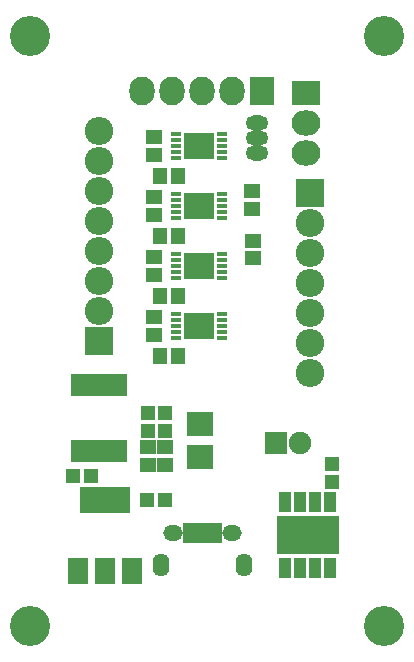
<source format=gts>
G04 #@! TF.FileFunction,Soldermask,Top*
%FSLAX46Y46*%
G04 Gerber Fmt 4.6, Leading zero omitted, Abs format (unit mm)*
G04 Created by KiCad (PCBNEW 4.0.4-stable) date 11/10/16 21:54:05*
%MOMM*%
%LPD*%
G01*
G04 APERTURE LIST*
%ADD10C,0.100000*%
%ADD11O,2.398980X2.398980*%
%ADD12R,2.398980X2.398980*%
%ADD13R,2.127200X2.432000*%
%ADD14O,2.127200X2.432000*%
%ADD15R,1.400760X1.299160*%
%ADD16R,1.299160X1.400760*%
%ADD17R,0.819100X1.870660*%
%ADD18R,1.197560X1.197560*%
%ADD19R,0.810000X0.320000*%
%ADD20R,2.620000X2.320000*%
%ADD21R,2.432000X2.127200*%
%ADD22O,2.432000X2.127200*%
%ADD23R,2.203400X2.000200*%
%ADD24R,1.035000X1.670000*%
%ADD25R,5.290000X3.340000*%
%ADD26C,0.800000*%
%ADD27R,1.150000X1.200000*%
%ADD28R,0.800000X1.750000*%
%ADD29O,1.650000X1.350000*%
%ADD30O,1.400000X1.950000*%
%ADD31C,3.400000*%
%ADD32R,1.200000X1.150000*%
%ADD33R,1.700480X2.200860*%
%ADD34R,4.199840X2.200860*%
%ADD35O,1.901140X1.299160*%
%ADD36R,1.900000X1.900000*%
%ADD37C,1.900000*%
G04 APERTURE END LIST*
D10*
D11*
X135811000Y-108250000D03*
D12*
X135811000Y-115870000D03*
D11*
X135811000Y-113330000D03*
X135811000Y-110790000D03*
X135811000Y-105710000D03*
X135811000Y-103170000D03*
X135811000Y-100630000D03*
X135811000Y-98090000D03*
D13*
X149654000Y-94661000D03*
D14*
X147114000Y-94661000D03*
X144574000Y-94661000D03*
X142034000Y-94661000D03*
X139494000Y-94661000D03*
D15*
X140510000Y-100111840D03*
X140510000Y-98608160D03*
D16*
X142531840Y-101900000D03*
X141028160Y-101900000D03*
D15*
X140510000Y-105191840D03*
X140510000Y-103688160D03*
D16*
X142531840Y-106980000D03*
X141028160Y-106980000D03*
D15*
X140510000Y-110271840D03*
X140510000Y-108768160D03*
D16*
X142531840Y-112060000D03*
X141028160Y-112060000D03*
D15*
X140510000Y-115351840D03*
X140510000Y-113848160D03*
D16*
X142531840Y-117140000D03*
X141028160Y-117140000D03*
D17*
X135880000Y-119600920D03*
X135229760Y-119600920D03*
X134579520Y-119600920D03*
X133929280Y-119600920D03*
X133929280Y-125199080D03*
X137830720Y-119600920D03*
X137180480Y-119600920D03*
X136530240Y-119600920D03*
X134579520Y-125199080D03*
X135229760Y-125199080D03*
X135880000Y-125199080D03*
X136530240Y-125199080D03*
X137180480Y-125199080D03*
X137830720Y-125199080D03*
D18*
X141450000Y-121971400D03*
X141450000Y-123470000D03*
X140030000Y-121971400D03*
X140030000Y-123470000D03*
D19*
X142400000Y-103440000D03*
X142400000Y-103940000D03*
X142400000Y-104440000D03*
X142400000Y-104940000D03*
X142400000Y-105440000D03*
X146240000Y-103440000D03*
X146240000Y-103940000D03*
X146240000Y-104440000D03*
X146240000Y-104940000D03*
X146240000Y-105440000D03*
D20*
X144320000Y-104440000D03*
D19*
X142400000Y-108520000D03*
X142400000Y-109020000D03*
X142400000Y-109520000D03*
X142400000Y-110020000D03*
X142400000Y-110520000D03*
X146240000Y-108520000D03*
X146240000Y-109020000D03*
X146240000Y-109520000D03*
X146240000Y-110020000D03*
X146240000Y-110520000D03*
D20*
X144320000Y-109520000D03*
D19*
X142400000Y-113600000D03*
X142400000Y-114100000D03*
X142400000Y-114600000D03*
X142400000Y-115100000D03*
X142400000Y-115600000D03*
X146240000Y-113600000D03*
X146240000Y-114100000D03*
X146240000Y-114600000D03*
X146240000Y-115100000D03*
X146240000Y-115600000D03*
D20*
X144320000Y-114600000D03*
D21*
X153390000Y-94820000D03*
D22*
X153390000Y-97360000D03*
X153390000Y-99900000D03*
D23*
X144430000Y-125697000D03*
X144430000Y-122903000D03*
D24*
X151615000Y-135074000D03*
X152885000Y-135074000D03*
X154155000Y-135074000D03*
X155425000Y-135074000D03*
X155425000Y-129486000D03*
X154155000Y-129486000D03*
X152885000Y-129486000D03*
X151615000Y-129486000D03*
D25*
X153520000Y-132280000D03*
D26*
X155020000Y-131530000D03*
X153520000Y-131530000D03*
X155020000Y-133030000D03*
X153520000Y-133030000D03*
X152020000Y-131530000D03*
X152020000Y-133030000D03*
D27*
X155570000Y-127810000D03*
X155570000Y-126310000D03*
D28*
X143299100Y-132117460D03*
X143949100Y-132117460D03*
X144599100Y-132117460D03*
X145249100Y-132117460D03*
X145899100Y-132117460D03*
D29*
X142099100Y-132117460D03*
X147099100Y-132117460D03*
D30*
X141099100Y-134817460D03*
X148099100Y-134817460D03*
D19*
X142400000Y-98360000D03*
X142400000Y-98860000D03*
X142400000Y-99360000D03*
X142400000Y-99860000D03*
X142400000Y-100360000D03*
X146240000Y-98360000D03*
X146240000Y-98860000D03*
X146240000Y-99360000D03*
X146240000Y-99860000D03*
X146240000Y-100360000D03*
D20*
X144320000Y-99360000D03*
D31*
X130000000Y-90000000D03*
X130000000Y-140000000D03*
X160000000Y-140000000D03*
X160000000Y-90000000D03*
D32*
X135130000Y-127290000D03*
X133630000Y-127290000D03*
X141400000Y-129360000D03*
X139900000Y-129360000D03*
D15*
X141450000Y-126340000D03*
X141450000Y-124836320D03*
X140030000Y-126340000D03*
X140030000Y-124836320D03*
D33*
X134048760Y-135319740D03*
X136350000Y-135319740D03*
X138651240Y-135319740D03*
D34*
X136350000Y-129320260D03*
D11*
X153720000Y-110970000D03*
D12*
X153720000Y-103350000D03*
D11*
X153720000Y-105890000D03*
X153720000Y-108430000D03*
X153720000Y-113510000D03*
X153720000Y-116050000D03*
X153720000Y-118590000D03*
D15*
X148830000Y-104681840D03*
X148830000Y-103178160D03*
D35*
X149260000Y-98700000D03*
X149260000Y-97430000D03*
X149260000Y-99970000D03*
D36*
X150866600Y-124523500D03*
D37*
X152866600Y-124523500D03*
D15*
X148880000Y-108861840D03*
X148880000Y-107358160D03*
M02*

</source>
